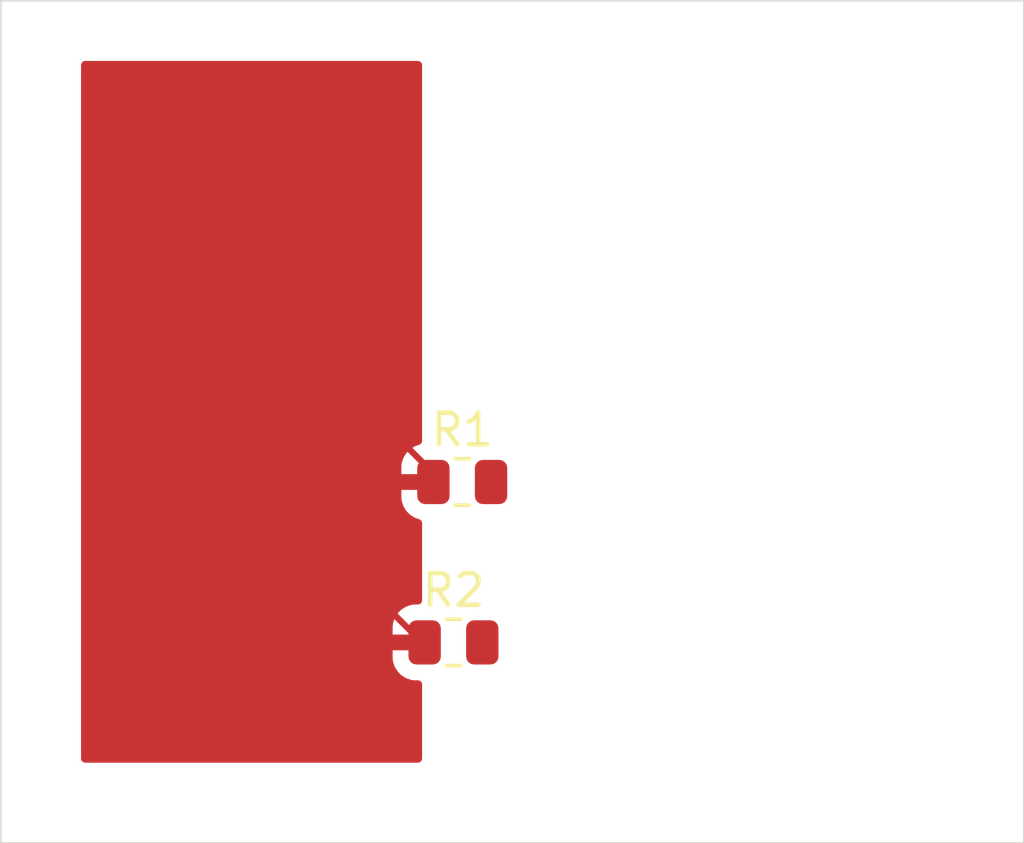
<source format=kicad_pcb>
(kicad_pcb (version 20240108) (generator "pcbnew") (generator_version "8.0")
  (layers (0 "F.Cu" signal) (31 "B.Cu" signal) (34 "B.Paste" user) (35 "F.Paste" user) (36 "B.SilkS" user "B.Silkscreen") (37 "F.SilkS" user "F.Silkscreen") (38 "B.Mask" user) (39 "F.Mask" user) (44 "Edge.Cuts" user))
  (net 0 "")
  (net 1 "/net1")
  (footprint "Resistor_SMD:R_0805_2012Metric" (layer "F.Cu") (at 130.5325 101.6)
    (property "Reference" "R2" (at 0 -1.65 0) (layer "F.SilkS"))
    (property "Value" "R")
    (fp_line (start -0.227064 -0.735) (end 0.227064 -0.735) (stroke (width 0.12)) (layer "F.SilkS"))
    (fp_line (start -0.227064 0.735) (end 0.227064 0.735) (stroke (width 0.12)) (layer "F.SilkS"))
    (pad "1" smd roundrect (at -0.9125 0) (size 1.025 1.4) (layers "F.Cu" "F.Paste" "F.Mask") (roundrect_rratio 0.243902) (net 1 "/net1"))
    (pad "2" smd roundrect (at 0.9125 0) (size 1.025 1.4) (layers "F.Cu" "F.Paste" "F.Mask") (roundrect_rratio 0.243902))
  )
  (footprint "Resistor_SMD:R_0805_2012Metric" (layer "F.Cu") (at 130.81 96.52)
    (property "Reference" "R1" (at 0 -1.65 0) (layer "F.SilkS"))
    (property "Value" "R")
    (fp_line (start -0.227064 -0.735) (end 0.227064 -0.735) (stroke (width 0.12)) (layer "F.SilkS"))
    (fp_line (start -0.227064 0.735) (end 0.227064 0.735) (stroke (width 0.12)) (layer "F.SilkS"))
    (pad "1" smd roundrect (at -0.9125 0) (size 1.025 1.4) (layers "F.Cu" "F.Paste" "F.Mask") (roundrect_rratio 0.243902) (net 1 "/net1"))
    (pad "2" smd roundrect (at 0.9125 0) (size 1.025 1.4) (layers "F.Cu" "F.Paste" "F.Mask") (roundrect_rratio 0.243902))
  )
  (gr_line (start 129.54 101.6) (end 128.27 100.33) (stroke (width 0.2)) (layer "F.Cu") (net 1))
  (gr_rect (start 116.205 81.28) (end 148.59 107.95) (stroke (width 0.05)) (fill none) (layer "Edge.Cuts"))
  (segment (start 129.8975 96.2425) (end 128.905 95.25) (width 0.2) (layer "F.Cu") (net 1))
  (segment (start 129.8975 96.52) (end 129.8975 96.2425) (width 0.2) (layer "F.Cu") (net 1))
  (zone (net 1) (net_name "/net1") (layer "F.Cu") (connect_pads (clearance 0.5)) (min_thickness 0.25) (fill yes (thermal_gap 0.5) (thermal_bridge_width 0.5))
    (polygon (pts (xy 129.54 83.185) (xy 129.54 105.41) (xy 118.745 105.41) (xy 118.745 83.185)))
  )
)
</source>
